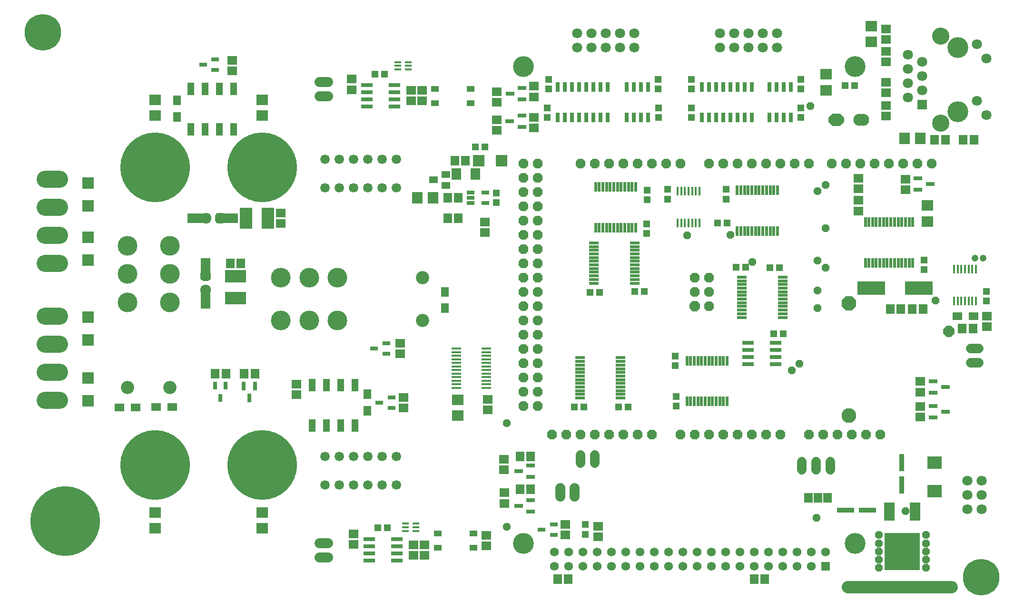
<source format=gts>
G75*
G70*
%OFA0B0*%
%FSLAX24Y24*%
%IPPOS*%
%LPD*%
%AMOC8*
5,1,8,0,0,1.08239X$1,22.5*
%
%ADD10C,0.0860*%
%ADD11R,0.0472X0.0866*%
%ADD12R,0.0567X0.0685*%
%ADD13R,0.0685X0.0567*%
%ADD14R,0.0264X0.0644*%
%ADD15R,0.0835X0.0756*%
%ADD16R,0.0658X0.0168*%
%ADD17R,0.0693X0.0614*%
%ADD18R,0.0614X0.0693*%
%ADD19R,0.0564X0.0264*%
%ADD20R,0.0264X0.0564*%
%ADD21R,0.0803X0.0843*%
%ADD22R,0.1008X0.0850*%
%ADD23C,0.4885*%
%ADD24C,0.0618*%
%ADD25R,0.0618X0.0618*%
%ADD26C,0.1460*%
%ADD27C,0.0672*%
%ADD28R,0.2483X0.2641*%
%ADD29R,0.0756X0.1307*%
%ADD30R,0.1190X0.0360*%
%ADD31R,0.0472X0.0512*%
%ADD32C,0.0712*%
%ADD33R,0.0288X0.0658*%
%ADD34R,0.0283X0.0657*%
%ADD35C,0.0476*%
%ADD36R,0.0824X0.0264*%
%ADD37R,0.0512X0.0472*%
%ADD38R,0.0168X0.0608*%
%ADD39R,0.0204X0.0684*%
%ADD40R,0.1929X0.0945*%
%ADD41OC8,0.0780*%
%ADD42R,0.0644X0.0264*%
%ADD43C,0.0840*%
%ADD44OC8,0.0840*%
%ADD45C,0.0712*%
%ADD46R,0.0488X0.0168*%
%ADD47R,0.0756X0.0835*%
%ADD48OC8,0.0756*%
%ADD49C,0.0756*%
%ADD50R,0.0661X0.1528*%
%ADD51R,0.0898X0.1488*%
%ADD52R,0.1488X0.0898*%
%ADD53R,0.0684X0.0204*%
%ADD54R,0.0360X0.1190*%
%ADD55R,0.1528X0.0661*%
%ADD56C,0.1032*%
%ADD57OC8,0.1032*%
%ADD58OC8,0.0665*%
%ADD59OC8,0.0720*%
%ADD60C,0.0665*%
%ADD61C,0.1200*%
%ADD62R,0.0630X0.0472*%
%ADD63R,0.0756X0.0836*%
%ADD64R,0.0544X0.0264*%
%ADD65R,0.0661X0.0819*%
%ADD66R,0.0843X0.0803*%
%ADD67C,0.1381*%
%ADD68C,0.0921*%
%ADD69R,0.0570X0.0420*%
%ADD70R,0.0712X0.0712*%
%ADD71C,0.1204*%
%ADD72OC8,0.0523*%
%ADD73C,0.2562*%
D10*
X070359Y006611D02*
X077634Y006611D01*
D11*
X035834Y017944D03*
X034834Y017944D03*
X033834Y017944D03*
X032834Y017944D03*
X032834Y020778D03*
X033834Y020778D03*
X034834Y020778D03*
X035834Y020778D03*
X027334Y038719D03*
X026334Y038719D03*
X025334Y038719D03*
X024334Y038719D03*
X024334Y041553D03*
X025334Y041553D03*
X026334Y041553D03*
X027334Y041553D03*
D12*
X023346Y040730D03*
X023346Y039589D03*
X042109Y027307D03*
X042109Y026165D03*
X036684Y020132D03*
X036684Y018990D03*
D13*
X023030Y019236D03*
X021888Y019236D03*
X020455Y019211D03*
X019313Y019211D03*
X078013Y025611D03*
X079155Y025611D03*
D14*
X028809Y020711D03*
X028009Y020711D03*
X028409Y019861D03*
D15*
X043035Y019736D03*
X043035Y018634D03*
X029310Y011838D03*
X029310Y010736D03*
X021809Y010735D03*
X021809Y011837D03*
X075909Y032260D03*
X075909Y033362D03*
X068809Y041460D03*
X068809Y042562D03*
X071984Y044835D03*
X071984Y045937D03*
X029331Y040787D03*
X029331Y039684D03*
X021809Y039685D03*
X021809Y040787D03*
D16*
X042908Y023340D03*
X042908Y023080D03*
X042908Y022840D03*
X042908Y022580D03*
X042908Y022340D03*
X042908Y022080D03*
X042908Y021840D03*
X042908Y021580D03*
X042908Y021340D03*
X042908Y021080D03*
X042908Y020840D03*
X042908Y020580D03*
X045008Y020580D03*
X045008Y020840D03*
X045008Y021080D03*
X045008Y021340D03*
X045008Y021580D03*
X045008Y021840D03*
X045008Y022080D03*
X045008Y022340D03*
X045008Y022580D03*
X045008Y022840D03*
X045008Y023080D03*
X045008Y023340D03*
D17*
X038984Y023710D03*
X038984Y022962D03*
X039234Y019910D03*
X039234Y019162D03*
X045110Y019039D03*
X045110Y019787D03*
X046259Y015585D03*
X046259Y014837D03*
X046284Y013235D03*
X046284Y012487D03*
X045034Y010260D03*
X045034Y009512D03*
X040684Y009585D03*
X040684Y008837D03*
X039909Y008837D03*
X039909Y009585D03*
X035734Y009612D03*
X035734Y010360D03*
X050559Y010262D03*
X050559Y011010D03*
X052859Y010885D03*
X052859Y010137D03*
X031709Y020112D03*
X031709Y020860D03*
X044909Y031462D03*
X044909Y032210D03*
X045759Y038637D03*
X045759Y039385D03*
X045759Y040612D03*
X045759Y041360D03*
X048359Y040987D03*
X048359Y041735D03*
X048359Y039560D03*
X048359Y038812D03*
X040534Y040712D03*
X040534Y041460D03*
X039759Y041460D03*
X039759Y040712D03*
X035584Y041487D03*
X035584Y042235D03*
X027234Y042812D03*
X027234Y043560D03*
X030634Y032860D03*
X030634Y032112D03*
X071084Y032987D03*
X071084Y033735D03*
X071084Y034537D03*
X071084Y035285D03*
X074384Y035210D03*
X074384Y034462D03*
X073009Y039637D03*
X073009Y040385D03*
X073009Y041262D03*
X073009Y042010D03*
X073009Y043437D03*
X073009Y044185D03*
X073009Y045012D03*
X073009Y045760D03*
X080084Y025610D03*
X080084Y024862D03*
X075409Y021035D03*
X075409Y020287D03*
X075409Y019285D03*
X075409Y018537D03*
D18*
X078360Y024736D03*
X079108Y024736D03*
X075608Y026111D03*
X074860Y026111D03*
X074058Y026111D03*
X073310Y026111D03*
X076435Y037986D03*
X077183Y037986D03*
X078435Y037986D03*
X079183Y037986D03*
X043558Y036511D03*
X042810Y036511D03*
X043058Y033911D03*
X042310Y033911D03*
X042310Y032461D03*
X043058Y032461D03*
X027833Y029311D03*
X027085Y029311D03*
X026783Y021586D03*
X026035Y021586D03*
X028060Y021571D03*
X028808Y021571D03*
X047385Y015786D03*
X048133Y015786D03*
X048133Y013461D03*
X047385Y013461D03*
X050010Y007186D03*
X050758Y007186D03*
X063785Y007161D03*
X064533Y007161D03*
X067590Y012861D03*
X068259Y012861D03*
X068928Y012861D03*
D19*
X049764Y011006D03*
X048904Y010636D03*
X049764Y010266D03*
X038389Y019166D03*
X038389Y019906D03*
X037529Y019536D03*
X038014Y022966D03*
X037154Y023336D03*
X038014Y023706D03*
X026039Y042866D03*
X026039Y043606D03*
X025179Y043236D03*
D20*
X026014Y020741D03*
X026754Y020741D03*
X026384Y019881D03*
D21*
X017134Y019679D03*
X017134Y021293D03*
X017134Y023929D03*
X017134Y025543D03*
X017134Y029529D03*
X017134Y031143D03*
X017134Y033329D03*
X017134Y034943D03*
D22*
X076410Y015340D03*
X076410Y013332D03*
D23*
X015520Y011248D03*
X021819Y015185D03*
X029319Y015185D03*
X029319Y036051D03*
X021819Y036051D03*
D24*
X049784Y009086D03*
X050784Y009086D03*
X051784Y009086D03*
X052784Y009086D03*
X053784Y009086D03*
X054784Y009086D03*
X055784Y009086D03*
X056784Y009086D03*
X057784Y009086D03*
X058784Y009086D03*
X059784Y009086D03*
X060784Y009086D03*
X061784Y009086D03*
X062784Y009086D03*
X063784Y009086D03*
X064784Y009086D03*
X065784Y009086D03*
X066784Y009086D03*
X067784Y009086D03*
X068784Y009086D03*
X067784Y008086D03*
X066784Y008086D03*
X065784Y008086D03*
X064784Y008086D03*
X063784Y008086D03*
X062784Y008086D03*
X061784Y008086D03*
X060784Y008086D03*
X059784Y008086D03*
X058784Y008086D03*
X057784Y008086D03*
X056784Y008086D03*
X055784Y008086D03*
X054784Y008086D03*
X053784Y008086D03*
X052784Y008086D03*
X051784Y008086D03*
X050784Y008086D03*
X049784Y008086D03*
D25*
X068784Y008086D03*
D26*
X070847Y009661D03*
X047619Y009661D03*
X078059Y039936D03*
X070847Y043125D03*
X078059Y044436D03*
X047619Y043125D03*
D27*
X078954Y023336D02*
X079514Y023336D01*
X079514Y022336D02*
X078954Y022336D01*
X069134Y015416D02*
X069134Y014856D01*
X068134Y014856D02*
X068134Y015416D01*
X067134Y015416D02*
X067134Y014856D01*
X052634Y015306D02*
X052634Y015866D01*
X051634Y015866D02*
X051634Y015306D01*
D28*
X074159Y009099D03*
D29*
X073261Y011926D03*
X075057Y011926D03*
D30*
X071739Y012011D03*
X070179Y012011D03*
D31*
X058334Y019301D03*
X058334Y019970D03*
X058259Y022151D03*
X058259Y022820D03*
X056259Y031406D03*
X056259Y032075D03*
X056284Y033771D03*
X056284Y034440D03*
X057734Y034495D03*
X057734Y033826D03*
X061834Y033826D03*
X061834Y034495D03*
X059384Y039551D03*
X059384Y040220D03*
X057084Y040220D03*
X057084Y039551D03*
X057059Y041551D03*
X057059Y042220D03*
X059384Y042220D03*
X059384Y041551D03*
X067059Y041551D03*
X067059Y042220D03*
X070149Y041761D03*
X070819Y041761D03*
X067059Y040220D03*
X067059Y039551D03*
X049284Y039551D03*
X049284Y040220D03*
X049384Y041551D03*
X049384Y042220D03*
X044919Y037461D03*
X044249Y037461D03*
X045734Y034245D03*
X045734Y033576D03*
X075684Y029545D03*
X075684Y028876D03*
X080059Y027345D03*
X080059Y026676D03*
X051959Y010995D03*
X051959Y010326D03*
D32*
X078734Y012061D03*
X079734Y012061D03*
X079734Y013061D03*
X078734Y013061D03*
X078734Y014061D03*
X079734Y014061D03*
X080059Y039696D03*
X079390Y040696D03*
X075559Y041436D03*
X074559Y041936D03*
X074559Y040936D03*
X075559Y042436D03*
X074559Y042936D03*
X075559Y043436D03*
X074559Y043936D03*
X079390Y044676D03*
X080059Y043676D03*
X065384Y044436D03*
X065384Y045436D03*
X064384Y045436D03*
X063384Y045436D03*
X062384Y045436D03*
X061384Y045436D03*
X061384Y044436D03*
X062384Y044436D03*
X063384Y044436D03*
X064384Y044436D03*
X055384Y044436D03*
X055384Y045436D03*
X054384Y045436D03*
X053384Y045436D03*
X052384Y045436D03*
X051384Y045436D03*
X051384Y044436D03*
X052384Y044436D03*
X053384Y044436D03*
X054384Y044436D03*
D33*
X053509Y041671D03*
X053009Y041671D03*
X052509Y041671D03*
X052009Y041671D03*
X051509Y041671D03*
X051009Y041671D03*
X050509Y041671D03*
X050009Y041671D03*
X050009Y039551D03*
X050509Y039551D03*
X051009Y039551D03*
X051509Y039551D03*
X052009Y039551D03*
X052509Y039551D03*
X053009Y039551D03*
X053509Y039551D03*
X060109Y039551D03*
X060609Y039551D03*
X061109Y039551D03*
X061609Y039551D03*
X062109Y039551D03*
X062609Y039551D03*
X063109Y039551D03*
X063609Y039551D03*
X063609Y041671D03*
X063109Y041671D03*
X062609Y041671D03*
X062109Y041671D03*
X061609Y041671D03*
X061109Y041671D03*
X060609Y041671D03*
X060109Y041671D03*
D34*
X056357Y041674D03*
X055857Y041674D03*
X055357Y041674D03*
X054857Y041674D03*
X054857Y039548D03*
X055357Y039548D03*
X055857Y039548D03*
X056357Y039548D03*
X064857Y039548D03*
X065357Y039548D03*
X065857Y039548D03*
X066357Y039548D03*
X066357Y041674D03*
X065857Y041674D03*
X065357Y041674D03*
X064857Y041674D03*
D35*
X079259Y029686D03*
X079810Y029686D03*
D36*
X065304Y023736D03*
X065304Y023236D03*
X065304Y022736D03*
X065304Y022236D03*
X063364Y022236D03*
X063364Y022736D03*
X063364Y023236D03*
X063364Y023736D03*
X038754Y009961D03*
X038754Y009461D03*
X038754Y008961D03*
X038754Y008461D03*
X036814Y008461D03*
X036814Y008961D03*
X036814Y009461D03*
X036814Y009961D03*
X036664Y040311D03*
X036664Y040811D03*
X036664Y041311D03*
X036664Y041811D03*
X038604Y041811D03*
X038604Y041311D03*
X038604Y040811D03*
X038604Y040311D03*
D37*
X037894Y042586D03*
X037224Y042586D03*
X061224Y032136D03*
X061894Y032136D03*
X062524Y029036D03*
X063194Y029036D03*
X064899Y029011D03*
X065569Y029011D03*
X065819Y024386D03*
X065149Y024386D03*
X056094Y027336D03*
X055424Y027336D03*
X052969Y027286D03*
X052299Y027286D03*
X051844Y019236D03*
X051174Y019236D03*
X054274Y019236D03*
X054944Y019236D03*
X038094Y010761D03*
X037424Y010761D03*
D38*
X077789Y026676D03*
X078049Y026676D03*
X078299Y026676D03*
X078559Y026676D03*
X078819Y026676D03*
X079069Y026676D03*
X079329Y026676D03*
X079329Y028896D03*
X079069Y028896D03*
X078819Y028896D03*
X078559Y028896D03*
X078299Y028896D03*
X078049Y028896D03*
X077789Y028896D03*
X059954Y032151D03*
X059694Y032151D03*
X059444Y032151D03*
X059184Y032151D03*
X058924Y032151D03*
X058674Y032151D03*
X058414Y032151D03*
X058414Y034371D03*
X058674Y034371D03*
X058924Y034371D03*
X059184Y034371D03*
X059444Y034371D03*
X059694Y034371D03*
X059954Y034371D03*
D39*
X062599Y034441D03*
X062859Y034441D03*
X063109Y034441D03*
X063369Y034441D03*
X063629Y034441D03*
X063879Y034441D03*
X064139Y034441D03*
X064389Y034441D03*
X064649Y034441D03*
X064909Y034441D03*
X065159Y034441D03*
X065419Y034441D03*
X065419Y031581D03*
X065159Y031581D03*
X064909Y031581D03*
X064649Y031581D03*
X064389Y031581D03*
X064139Y031581D03*
X063879Y031581D03*
X063629Y031581D03*
X063369Y031581D03*
X063109Y031581D03*
X062859Y031581D03*
X062599Y031581D03*
X055494Y031806D03*
X055234Y031806D03*
X054984Y031806D03*
X054724Y031806D03*
X054464Y031806D03*
X054214Y031806D03*
X053954Y031806D03*
X053704Y031806D03*
X053444Y031806D03*
X053184Y031806D03*
X052934Y031806D03*
X052674Y031806D03*
X052674Y034666D03*
X052934Y034666D03*
X053184Y034666D03*
X053444Y034666D03*
X053704Y034666D03*
X053954Y034666D03*
X054214Y034666D03*
X054464Y034666D03*
X054724Y034666D03*
X054984Y034666D03*
X055234Y034666D03*
X055494Y034666D03*
X071574Y032216D03*
X071824Y032216D03*
X072084Y032216D03*
X072334Y032216D03*
X072594Y032216D03*
X072854Y032216D03*
X073104Y032216D03*
X073364Y032216D03*
X073614Y032216D03*
X073874Y032216D03*
X074134Y032216D03*
X074384Y032216D03*
X074644Y032216D03*
X074894Y032216D03*
X074894Y029356D03*
X074644Y029356D03*
X074384Y029356D03*
X074134Y029356D03*
X073874Y029356D03*
X073614Y029356D03*
X073364Y029356D03*
X073104Y029356D03*
X072854Y029356D03*
X072594Y029356D03*
X072334Y029356D03*
X072084Y029356D03*
X071824Y029356D03*
X071574Y029356D03*
X061894Y022491D03*
X061634Y022491D03*
X061384Y022491D03*
X061124Y022491D03*
X060864Y022491D03*
X060614Y022491D03*
X060354Y022491D03*
X060104Y022491D03*
X059844Y022491D03*
X059584Y022491D03*
X059334Y022491D03*
X059074Y022491D03*
X059074Y019631D03*
X059334Y019631D03*
X059584Y019631D03*
X059844Y019631D03*
X060104Y019631D03*
X060354Y019631D03*
X060614Y019631D03*
X060864Y019631D03*
X061124Y019631D03*
X061384Y019631D03*
X061634Y019631D03*
X061894Y019631D03*
D40*
X071986Y027586D03*
X075332Y027586D03*
D41*
X077409Y024536D03*
D42*
X076334Y021036D03*
X076334Y020236D03*
X077184Y020636D03*
X076334Y019311D03*
X076334Y018511D03*
X077184Y018911D03*
X048134Y015136D03*
X047284Y014736D03*
X048134Y014336D03*
X048134Y012711D03*
X047284Y012311D03*
X048134Y011911D03*
X075259Y034461D03*
X076109Y034861D03*
X075259Y035261D03*
X047509Y038886D03*
X047509Y039686D03*
X046659Y039286D03*
X047534Y040811D03*
X046684Y041211D03*
X047534Y041611D03*
D43*
X071159Y039386D03*
X071409Y039386D03*
D44*
X069659Y039386D03*
X069409Y039386D03*
D45*
X033931Y041036D02*
X033337Y041036D01*
X033337Y042036D02*
X033931Y042036D01*
X050184Y013583D02*
X050184Y012989D01*
X051184Y012989D02*
X051184Y013583D01*
X033931Y009711D02*
X033337Y009711D01*
X033337Y008711D02*
X033931Y008711D01*
D46*
X039364Y010551D03*
X039364Y010811D03*
X039364Y011071D03*
X040104Y011071D03*
X040104Y010811D03*
X040104Y010551D03*
X039554Y042901D03*
X039554Y043161D03*
X039554Y043421D03*
X038814Y043421D03*
X038814Y043161D03*
X038814Y042901D03*
D47*
X074333Y038061D03*
X075435Y038061D03*
D48*
X026384Y032486D03*
X025359Y028436D03*
D49*
X025359Y027436D03*
X025384Y032486D03*
D50*
X025359Y028920D03*
X025359Y026912D03*
D51*
X028191Y032486D03*
X029727Y032486D03*
D52*
X027459Y028404D03*
X027459Y026868D03*
D53*
X051579Y022696D03*
X051579Y022436D03*
X051579Y022186D03*
X051579Y021926D03*
X051579Y021666D03*
X051579Y021416D03*
X051579Y021156D03*
X051579Y020906D03*
X051579Y020646D03*
X051579Y020386D03*
X051579Y020136D03*
X051579Y019876D03*
X054439Y019876D03*
X054439Y020136D03*
X054439Y020386D03*
X054439Y020646D03*
X054439Y020906D03*
X054439Y021156D03*
X054439Y021416D03*
X054439Y021666D03*
X054439Y021926D03*
X054439Y022186D03*
X054439Y022436D03*
X054439Y022696D03*
X062929Y025526D03*
X062929Y025786D03*
X062929Y026036D03*
X062929Y026296D03*
X062929Y026556D03*
X062929Y026806D03*
X062929Y027066D03*
X062929Y027316D03*
X062929Y027576D03*
X062929Y027836D03*
X062929Y028086D03*
X062929Y028346D03*
X065789Y028346D03*
X065789Y028086D03*
X065789Y027836D03*
X065789Y027576D03*
X065789Y027316D03*
X065789Y027066D03*
X065789Y026806D03*
X065789Y026556D03*
X065789Y026296D03*
X065789Y026036D03*
X065789Y025786D03*
X065789Y025526D03*
X055414Y027926D03*
X055414Y028186D03*
X055414Y028436D03*
X055414Y028696D03*
X055414Y028956D03*
X055414Y029206D03*
X055414Y029466D03*
X055414Y029716D03*
X055414Y029976D03*
X055414Y030236D03*
X055414Y030486D03*
X055414Y030746D03*
X052554Y030746D03*
X052554Y030486D03*
X052554Y030236D03*
X052554Y029976D03*
X052554Y029716D03*
X052554Y029466D03*
X052554Y029206D03*
X052554Y028956D03*
X052554Y028696D03*
X052554Y028436D03*
X052554Y028186D03*
X052554Y027926D03*
D54*
X074109Y015341D03*
X074109Y013781D03*
D55*
X026868Y032486D03*
X024860Y032486D03*
D56*
X070409Y018656D03*
D57*
X070409Y026526D03*
D58*
X060634Y026311D03*
X060634Y027311D03*
X059634Y027311D03*
X059634Y028311D03*
X060634Y028311D03*
X048634Y028311D03*
X048634Y029311D03*
X047634Y029311D03*
X047634Y028311D03*
X047634Y027311D03*
X048634Y027311D03*
X048634Y026311D03*
X047634Y026311D03*
X047634Y025311D03*
X048634Y025311D03*
X048634Y024311D03*
X047634Y024311D03*
X047634Y023311D03*
X048634Y023311D03*
X048634Y022311D03*
X047634Y022311D03*
X047634Y021311D03*
X048634Y021311D03*
X048634Y020311D03*
X047634Y020311D03*
X047634Y019311D03*
X048634Y019311D03*
X049634Y017311D03*
X050634Y017311D03*
X051634Y017311D03*
X052634Y017311D03*
X053634Y017311D03*
X054634Y017311D03*
X055634Y017311D03*
X056634Y017311D03*
X058634Y017311D03*
X059634Y017311D03*
X060634Y017311D03*
X061634Y017311D03*
X062634Y017311D03*
X063634Y017311D03*
X064634Y017311D03*
X065634Y017311D03*
X067634Y017311D03*
X068634Y017311D03*
X069634Y017311D03*
X070634Y017311D03*
X071634Y017311D03*
X072634Y017311D03*
X048634Y030311D03*
X047634Y030311D03*
X047634Y031311D03*
X048634Y031311D03*
X048634Y032311D03*
X048634Y033311D03*
X047634Y033311D03*
X047634Y032311D03*
X047634Y034311D03*
X048634Y034311D03*
X048634Y035311D03*
X047634Y035311D03*
X047634Y036311D03*
X048634Y036311D03*
X051634Y036311D03*
X052634Y036311D03*
X053634Y036311D03*
X054634Y036311D03*
X055634Y036311D03*
X056634Y036311D03*
X057634Y036311D03*
X058634Y036311D03*
X060634Y036311D03*
X061634Y036311D03*
X062634Y036311D03*
X063634Y036311D03*
X064634Y036311D03*
X065634Y036311D03*
X066634Y036311D03*
X067634Y036311D03*
X069234Y036311D03*
X070234Y036311D03*
X071234Y036311D03*
X072234Y036311D03*
X073234Y036311D03*
X074234Y036311D03*
X075234Y036311D03*
X076234Y036311D03*
D59*
X059634Y026311D03*
D60*
X038734Y034611D03*
X037734Y034611D03*
X036734Y034611D03*
X035734Y034611D03*
X034734Y034611D03*
X033734Y034611D03*
X033734Y036611D03*
X034734Y036611D03*
X035734Y036611D03*
X036734Y036611D03*
X037734Y036611D03*
X038734Y036611D03*
X038734Y015761D03*
X037734Y015761D03*
X036734Y015761D03*
X035734Y015761D03*
X034734Y015761D03*
X033734Y015761D03*
X033734Y013761D03*
X034734Y013761D03*
X035734Y013761D03*
X036734Y013761D03*
X037734Y013761D03*
X038734Y013761D03*
D61*
X015134Y019705D02*
X014134Y019705D01*
X014134Y021674D02*
X015134Y021674D01*
X015134Y023642D02*
X014134Y023642D01*
X014134Y025611D02*
X015134Y025611D01*
X015134Y029305D02*
X014134Y029305D01*
X014134Y031274D02*
X015134Y031274D01*
X015134Y033242D02*
X014134Y033242D01*
X014134Y035211D02*
X015134Y035211D01*
D62*
X041326Y035161D03*
X042192Y035535D03*
X042192Y034787D03*
D63*
X041294Y033911D03*
X040174Y033911D03*
D64*
X043924Y033911D03*
X043924Y034281D03*
X043924Y033541D03*
X044944Y033541D03*
X044944Y034281D03*
D65*
X044253Y035561D03*
X042915Y035561D03*
D66*
X044477Y036511D03*
X046091Y036511D03*
D67*
X034592Y028299D03*
X032608Y028299D03*
X030623Y028299D03*
X030623Y025323D03*
X032608Y025323D03*
X034592Y025323D03*
X022872Y026578D03*
X019896Y026578D03*
X019896Y028562D03*
X022872Y028562D03*
X022872Y030546D03*
X019896Y030546D03*
D68*
X019896Y020625D03*
X022872Y020625D03*
X040545Y025323D03*
X040545Y028299D03*
D69*
X041409Y040536D03*
X041409Y041536D03*
X043909Y041536D03*
X043909Y040536D03*
X044134Y010386D03*
X044134Y009386D03*
X041634Y009386D03*
X041634Y010386D03*
D70*
X075559Y040436D03*
D71*
X076858Y039135D03*
X076858Y045237D03*
D72*
X067709Y040336D03*
X068784Y034811D03*
X068209Y034386D03*
X068784Y031786D03*
X068209Y029511D03*
X068784Y029011D03*
X068209Y027411D03*
X068209Y026161D03*
X063659Y029411D03*
X062109Y031311D03*
X059084Y031261D03*
X076484Y026711D03*
X066959Y022261D03*
X066409Y021811D03*
X074384Y011936D03*
X075809Y010261D03*
X075809Y009686D03*
X075809Y009111D03*
X075809Y008536D03*
X075809Y007961D03*
X072509Y007961D03*
X072509Y008536D03*
X072509Y009111D03*
X072509Y009686D03*
X072509Y010261D03*
X068159Y011461D03*
X046459Y010836D03*
X046459Y018111D03*
D73*
X079693Y007311D03*
X013945Y045500D03*
M02*

</source>
